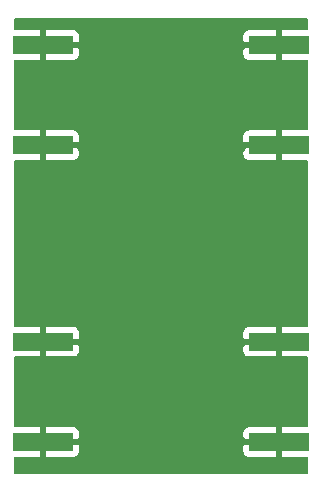
<source format=gbr>
%TF.GenerationSoftware,KiCad,Pcbnew,(7.0.0)*%
%TF.CreationDate,2023-09-17T18:35:59+02:00*%
%TF.ProjectId,lisn-mate,6c69736e-2d6d-4617-9465-2e6b69636164,rev?*%
%TF.SameCoordinates,PX5c887a0PY7eee240*%
%TF.FileFunction,Copper,L2,Bot*%
%TF.FilePolarity,Positive*%
%FSLAX46Y46*%
G04 Gerber Fmt 4.6, Leading zero omitted, Abs format (unit mm)*
G04 Created by KiCad (PCBNEW (7.0.0)) date 2023-09-17 18:35:59*
%MOMM*%
%LPD*%
G01*
G04 APERTURE LIST*
%TA.AperFunction,SMDPad,CuDef*%
%ADD10R,5.080000X1.500000*%
%TD*%
%TA.AperFunction,ViaPad*%
%ADD11C,0.800000*%
%TD*%
%TA.AperFunction,Conductor*%
%ADD12C,1.070000*%
%TD*%
G04 APERTURE END LIST*
D10*
%TO.P,J2,2,Ext*%
%TO.N,GND*%
X22971999Y12225999D03*
X22971999Y3725999D03*
%TD*%
%TO.P,J1,2,Ext*%
%TO.N,GND*%
X22971999Y37345999D03*
X22971999Y28845999D03*
%TD*%
%TO.P,J4,2,Ext*%
%TO.N,GND*%
X2971999Y28845999D03*
X2971999Y37345999D03*
%TD*%
%TO.P,J3,2,Ext*%
%TO.N,GND*%
X2971999Y3725999D03*
X2971999Y12225999D03*
%TD*%
D11*
%TO.N,GND*%
X6350000Y12192000D03*
X19558000Y3810000D03*
X8128000Y2032000D03*
X13208000Y38608000D03*
X1524000Y20320000D03*
X24384000Y22860000D03*
X13208000Y2032000D03*
X18288000Y2032000D03*
X24384000Y17780000D03*
X6350000Y3810000D03*
X24384000Y15240000D03*
X15748000Y2032000D03*
X18288000Y38608000D03*
X19558000Y37338000D03*
X1524000Y17780000D03*
X1524000Y22860000D03*
X24384000Y20320000D03*
X1524000Y15240000D03*
X19558000Y28702000D03*
X1524000Y25400000D03*
X24384000Y25400000D03*
X6350000Y37338000D03*
X15748000Y38608000D03*
X6350000Y28702000D03*
X10668000Y38608000D03*
X10668000Y2032000D03*
X19558000Y12192000D03*
X8128000Y38608000D03*
%TD*%
D12*
%TO.N,GND*%
X6350000Y12192000D02*
X19558000Y12192000D01*
X6350000Y37338000D02*
X19558000Y37338000D01*
X6350000Y3810000D02*
X19558000Y3810000D01*
X19558000Y28702000D02*
X6350000Y28702000D01*
%TD*%
%TA.AperFunction,Conductor*%
%TO.N,GND*%
G36*
X25338000Y39607387D02*
G01*
X25383387Y39562000D01*
X25400000Y39500000D01*
X25400000Y38720000D01*
X25383387Y38658000D01*
X25338000Y38612613D01*
X25276000Y38596000D01*
X23238326Y38596000D01*
X23225450Y38592550D01*
X23222000Y38579674D01*
X23222000Y36112326D01*
X23225450Y36099451D01*
X23238326Y36096000D01*
X25276000Y36096000D01*
X25338000Y36079387D01*
X25383387Y36034000D01*
X25400000Y35972000D01*
X25400000Y30220000D01*
X25383387Y30158000D01*
X25338000Y30112613D01*
X25276000Y30096000D01*
X23238326Y30096000D01*
X23225450Y30092550D01*
X23222000Y30079674D01*
X23222000Y27612326D01*
X23225450Y27599451D01*
X23238326Y27596000D01*
X25276000Y27596000D01*
X25338000Y27579387D01*
X25383387Y27534000D01*
X25400000Y27472000D01*
X25400000Y13600000D01*
X25383387Y13538000D01*
X25338000Y13492613D01*
X25276000Y13476000D01*
X23238326Y13476000D01*
X23225450Y13472550D01*
X23222000Y13459674D01*
X23222000Y10992326D01*
X23225450Y10979451D01*
X23238326Y10976000D01*
X25276000Y10976000D01*
X25338000Y10959387D01*
X25383387Y10914000D01*
X25400000Y10852000D01*
X25400000Y5100000D01*
X25383387Y5038000D01*
X25338000Y4992613D01*
X25276000Y4976000D01*
X23238326Y4976000D01*
X23225450Y4972550D01*
X23222000Y4959674D01*
X23222000Y2492326D01*
X23225450Y2479451D01*
X23238326Y2476000D01*
X25276000Y2476000D01*
X25338000Y2459387D01*
X25383387Y2414000D01*
X25400000Y2352000D01*
X25400000Y1140000D01*
X25383387Y1078000D01*
X25338000Y1032613D01*
X25276000Y1016000D01*
X632000Y1016000D01*
X570000Y1032613D01*
X524613Y1078000D01*
X508000Y1140000D01*
X508000Y2352000D01*
X524613Y2414000D01*
X570000Y2459387D01*
X632000Y2476000D01*
X2705674Y2476000D01*
X2718549Y2479451D01*
X2722000Y2492326D01*
X3222000Y2492326D01*
X3225450Y2479451D01*
X3238326Y2476000D01*
X5556518Y2476000D01*
X5563114Y2476354D01*
X5611667Y2481574D01*
X5626641Y2485112D01*
X5745777Y2529548D01*
X5761189Y2537963D01*
X5862092Y2613499D01*
X5874501Y2625908D01*
X5950037Y2726811D01*
X5958452Y2742223D01*
X6002888Y2861359D01*
X6006426Y2876333D01*
X6011646Y2924886D01*
X6012000Y2931482D01*
X19932000Y2931482D01*
X19932353Y2924886D01*
X19937573Y2876333D01*
X19941111Y2861359D01*
X19985547Y2742223D01*
X19993962Y2726811D01*
X20069498Y2625908D01*
X20081907Y2613499D01*
X20182810Y2537963D01*
X20198222Y2529548D01*
X20317358Y2485112D01*
X20332332Y2481574D01*
X20380885Y2476354D01*
X20387482Y2476000D01*
X22705674Y2476000D01*
X22718549Y2479451D01*
X22722000Y2492326D01*
X22722000Y3459674D01*
X22718549Y3472550D01*
X22705674Y3476000D01*
X19948326Y3476000D01*
X19935450Y3472550D01*
X19932000Y3459674D01*
X19932000Y2931482D01*
X6012000Y2931482D01*
X6012000Y3459674D01*
X6008549Y3472550D01*
X5995674Y3476000D01*
X3238326Y3476000D01*
X3225450Y3472550D01*
X3222000Y3459674D01*
X3222000Y2492326D01*
X2722000Y2492326D01*
X2722000Y3992326D01*
X3222000Y3992326D01*
X3225450Y3979451D01*
X3238326Y3976000D01*
X5995674Y3976000D01*
X6008549Y3979451D01*
X6012000Y3992326D01*
X19932000Y3992326D01*
X19935450Y3979451D01*
X19948326Y3976000D01*
X22705674Y3976000D01*
X22718549Y3979451D01*
X22722000Y3992326D01*
X22722000Y4959674D01*
X22718549Y4972550D01*
X22705674Y4976000D01*
X20387482Y4976000D01*
X20380885Y4975647D01*
X20332332Y4970427D01*
X20317358Y4966889D01*
X20198222Y4922453D01*
X20182810Y4914038D01*
X20081907Y4838502D01*
X20069498Y4826093D01*
X19993962Y4725190D01*
X19985547Y4709778D01*
X19941111Y4590642D01*
X19937573Y4575668D01*
X19932353Y4527115D01*
X19932000Y4520518D01*
X19932000Y3992326D01*
X6012000Y3992326D01*
X6012000Y4520518D01*
X6011646Y4527115D01*
X6006426Y4575668D01*
X6002888Y4590642D01*
X5958452Y4709778D01*
X5950037Y4725190D01*
X5874501Y4826093D01*
X5862092Y4838502D01*
X5761189Y4914038D01*
X5745777Y4922453D01*
X5626641Y4966889D01*
X5611667Y4970427D01*
X5563114Y4975647D01*
X5556518Y4976000D01*
X3238326Y4976000D01*
X3225450Y4972550D01*
X3222000Y4959674D01*
X3222000Y3992326D01*
X2722000Y3992326D01*
X2722000Y4959674D01*
X2718549Y4972550D01*
X2705674Y4976000D01*
X632000Y4976000D01*
X570000Y4992613D01*
X524613Y5038000D01*
X508000Y5100000D01*
X508000Y10852000D01*
X524613Y10914000D01*
X570000Y10959387D01*
X632000Y10976000D01*
X2705674Y10976000D01*
X2718549Y10979451D01*
X2722000Y10992326D01*
X3222000Y10992326D01*
X3225450Y10979451D01*
X3238326Y10976000D01*
X5556518Y10976000D01*
X5563114Y10976354D01*
X5611667Y10981574D01*
X5626641Y10985112D01*
X5745777Y11029548D01*
X5761189Y11037963D01*
X5862092Y11113499D01*
X5874501Y11125908D01*
X5950037Y11226811D01*
X5958452Y11242223D01*
X6002888Y11361359D01*
X6006426Y11376333D01*
X6011646Y11424886D01*
X6012000Y11431482D01*
X19932000Y11431482D01*
X19932353Y11424886D01*
X19937573Y11376333D01*
X19941111Y11361359D01*
X19985547Y11242223D01*
X19993962Y11226811D01*
X20069498Y11125908D01*
X20081907Y11113499D01*
X20182810Y11037963D01*
X20198222Y11029548D01*
X20317358Y10985112D01*
X20332332Y10981574D01*
X20380885Y10976354D01*
X20387482Y10976000D01*
X22705674Y10976000D01*
X22718549Y10979451D01*
X22722000Y10992326D01*
X22722000Y11959674D01*
X22718549Y11972550D01*
X22705674Y11976000D01*
X19948326Y11976000D01*
X19935450Y11972550D01*
X19932000Y11959674D01*
X19932000Y11431482D01*
X6012000Y11431482D01*
X6012000Y11959674D01*
X6008549Y11972550D01*
X5995674Y11976000D01*
X3238326Y11976000D01*
X3225450Y11972550D01*
X3222000Y11959674D01*
X3222000Y10992326D01*
X2722000Y10992326D01*
X2722000Y12492326D01*
X3222000Y12492326D01*
X3225450Y12479451D01*
X3238326Y12476000D01*
X5995674Y12476000D01*
X6008549Y12479451D01*
X6012000Y12492326D01*
X19932000Y12492326D01*
X19935450Y12479451D01*
X19948326Y12476000D01*
X22705674Y12476000D01*
X22718549Y12479451D01*
X22722000Y12492326D01*
X22722000Y13459674D01*
X22718549Y13472550D01*
X22705674Y13476000D01*
X20387482Y13476000D01*
X20380885Y13475647D01*
X20332332Y13470427D01*
X20317358Y13466889D01*
X20198222Y13422453D01*
X20182810Y13414038D01*
X20081907Y13338502D01*
X20069498Y13326093D01*
X19993962Y13225190D01*
X19985547Y13209778D01*
X19941111Y13090642D01*
X19937573Y13075668D01*
X19932353Y13027115D01*
X19932000Y13020518D01*
X19932000Y12492326D01*
X6012000Y12492326D01*
X6012000Y13020518D01*
X6011646Y13027115D01*
X6006426Y13075668D01*
X6002888Y13090642D01*
X5958452Y13209778D01*
X5950037Y13225190D01*
X5874501Y13326093D01*
X5862092Y13338502D01*
X5761189Y13414038D01*
X5745777Y13422453D01*
X5626641Y13466889D01*
X5611667Y13470427D01*
X5563114Y13475647D01*
X5556518Y13476000D01*
X3238326Y13476000D01*
X3225450Y13472550D01*
X3222000Y13459674D01*
X3222000Y12492326D01*
X2722000Y12492326D01*
X2722000Y13459674D01*
X2718549Y13472550D01*
X2705674Y13476000D01*
X632000Y13476000D01*
X570000Y13492613D01*
X524613Y13538000D01*
X508000Y13600000D01*
X508000Y27472000D01*
X524613Y27534000D01*
X570000Y27579387D01*
X632000Y27596000D01*
X2705674Y27596000D01*
X2718549Y27599451D01*
X2722000Y27612326D01*
X3222000Y27612326D01*
X3225450Y27599451D01*
X3238326Y27596000D01*
X5556518Y27596000D01*
X5563114Y27596354D01*
X5611667Y27601574D01*
X5626641Y27605112D01*
X5745777Y27649548D01*
X5761189Y27657963D01*
X5862092Y27733499D01*
X5874501Y27745908D01*
X5950037Y27846811D01*
X5958452Y27862223D01*
X6002888Y27981359D01*
X6006426Y27996333D01*
X6011646Y28044886D01*
X6012000Y28051482D01*
X19932000Y28051482D01*
X19932353Y28044886D01*
X19937573Y27996333D01*
X19941111Y27981359D01*
X19985547Y27862223D01*
X19993962Y27846811D01*
X20069498Y27745908D01*
X20081907Y27733499D01*
X20182810Y27657963D01*
X20198222Y27649548D01*
X20317358Y27605112D01*
X20332332Y27601574D01*
X20380885Y27596354D01*
X20387482Y27596000D01*
X22705674Y27596000D01*
X22718549Y27599451D01*
X22722000Y27612326D01*
X22722000Y28579674D01*
X22718549Y28592550D01*
X22705674Y28596000D01*
X19948326Y28596000D01*
X19935450Y28592550D01*
X19932000Y28579674D01*
X19932000Y28051482D01*
X6012000Y28051482D01*
X6012000Y28579674D01*
X6008549Y28592550D01*
X5995674Y28596000D01*
X3238326Y28596000D01*
X3225450Y28592550D01*
X3222000Y28579674D01*
X3222000Y27612326D01*
X2722000Y27612326D01*
X2722000Y29112326D01*
X3222000Y29112326D01*
X3225450Y29099451D01*
X3238326Y29096000D01*
X5995674Y29096000D01*
X6008549Y29099451D01*
X6012000Y29112326D01*
X19932000Y29112326D01*
X19935450Y29099451D01*
X19948326Y29096000D01*
X22705674Y29096000D01*
X22718549Y29099451D01*
X22722000Y29112326D01*
X22722000Y30079674D01*
X22718549Y30092550D01*
X22705674Y30096000D01*
X20387482Y30096000D01*
X20380885Y30095647D01*
X20332332Y30090427D01*
X20317358Y30086889D01*
X20198222Y30042453D01*
X20182810Y30034038D01*
X20081907Y29958502D01*
X20069498Y29946093D01*
X19993962Y29845190D01*
X19985547Y29829778D01*
X19941111Y29710642D01*
X19937573Y29695668D01*
X19932353Y29647115D01*
X19932000Y29640518D01*
X19932000Y29112326D01*
X6012000Y29112326D01*
X6012000Y29640518D01*
X6011646Y29647115D01*
X6006426Y29695668D01*
X6002888Y29710642D01*
X5958452Y29829778D01*
X5950037Y29845190D01*
X5874501Y29946093D01*
X5862092Y29958502D01*
X5761189Y30034038D01*
X5745777Y30042453D01*
X5626641Y30086889D01*
X5611667Y30090427D01*
X5563114Y30095647D01*
X5556518Y30096000D01*
X3238326Y30096000D01*
X3225450Y30092550D01*
X3222000Y30079674D01*
X3222000Y29112326D01*
X2722000Y29112326D01*
X2722000Y30079674D01*
X2718549Y30092550D01*
X2705674Y30096000D01*
X632000Y30096000D01*
X570000Y30112613D01*
X524613Y30158000D01*
X508000Y30220000D01*
X508000Y35972000D01*
X524613Y36034000D01*
X570000Y36079387D01*
X632000Y36096000D01*
X2705674Y36096000D01*
X2718549Y36099451D01*
X2722000Y36112326D01*
X3222000Y36112326D01*
X3225450Y36099451D01*
X3238326Y36096000D01*
X5556518Y36096000D01*
X5563114Y36096354D01*
X5611667Y36101574D01*
X5626641Y36105112D01*
X5745777Y36149548D01*
X5761189Y36157963D01*
X5862092Y36233499D01*
X5874501Y36245908D01*
X5950037Y36346811D01*
X5958452Y36362223D01*
X6002888Y36481359D01*
X6006426Y36496333D01*
X6011646Y36544886D01*
X6012000Y36551482D01*
X19932000Y36551482D01*
X19932353Y36544886D01*
X19937573Y36496333D01*
X19941111Y36481359D01*
X19985547Y36362223D01*
X19993962Y36346811D01*
X20069498Y36245908D01*
X20081907Y36233499D01*
X20182810Y36157963D01*
X20198222Y36149548D01*
X20317358Y36105112D01*
X20332332Y36101574D01*
X20380885Y36096354D01*
X20387482Y36096000D01*
X22705674Y36096000D01*
X22718549Y36099451D01*
X22722000Y36112326D01*
X22722000Y37079674D01*
X22718549Y37092550D01*
X22705674Y37096000D01*
X19948326Y37096000D01*
X19935450Y37092550D01*
X19932000Y37079674D01*
X19932000Y36551482D01*
X6012000Y36551482D01*
X6012000Y37079674D01*
X6008549Y37092550D01*
X5995674Y37096000D01*
X3238326Y37096000D01*
X3225450Y37092550D01*
X3222000Y37079674D01*
X3222000Y36112326D01*
X2722000Y36112326D01*
X2722000Y37612326D01*
X3222000Y37612326D01*
X3225450Y37599451D01*
X3238326Y37596000D01*
X5995674Y37596000D01*
X6008549Y37599451D01*
X6012000Y37612326D01*
X19932000Y37612326D01*
X19935450Y37599451D01*
X19948326Y37596000D01*
X22705674Y37596000D01*
X22718549Y37599451D01*
X22722000Y37612326D01*
X22722000Y38579674D01*
X22718549Y38592550D01*
X22705674Y38596000D01*
X20387482Y38596000D01*
X20380885Y38595647D01*
X20332332Y38590427D01*
X20317358Y38586889D01*
X20198222Y38542453D01*
X20182810Y38534038D01*
X20081907Y38458502D01*
X20069498Y38446093D01*
X19993962Y38345190D01*
X19985547Y38329778D01*
X19941111Y38210642D01*
X19937573Y38195668D01*
X19932353Y38147115D01*
X19932000Y38140518D01*
X19932000Y37612326D01*
X6012000Y37612326D01*
X6012000Y38140518D01*
X6011646Y38147115D01*
X6006426Y38195668D01*
X6002888Y38210642D01*
X5958452Y38329778D01*
X5950037Y38345190D01*
X5874501Y38446093D01*
X5862092Y38458502D01*
X5761189Y38534038D01*
X5745777Y38542453D01*
X5626641Y38586889D01*
X5611667Y38590427D01*
X5563114Y38595647D01*
X5556518Y38596000D01*
X3238326Y38596000D01*
X3225450Y38592550D01*
X3222000Y38579674D01*
X3222000Y37612326D01*
X2722000Y37612326D01*
X2722000Y38579674D01*
X2718549Y38592550D01*
X2705674Y38596000D01*
X632000Y38596000D01*
X570000Y38612613D01*
X524613Y38658000D01*
X508000Y38720000D01*
X508000Y39500000D01*
X524613Y39562000D01*
X570000Y39607387D01*
X632000Y39624000D01*
X25276000Y39624000D01*
X25338000Y39607387D01*
G37*
%TD.AperFunction*%
%TD*%
M02*

</source>
